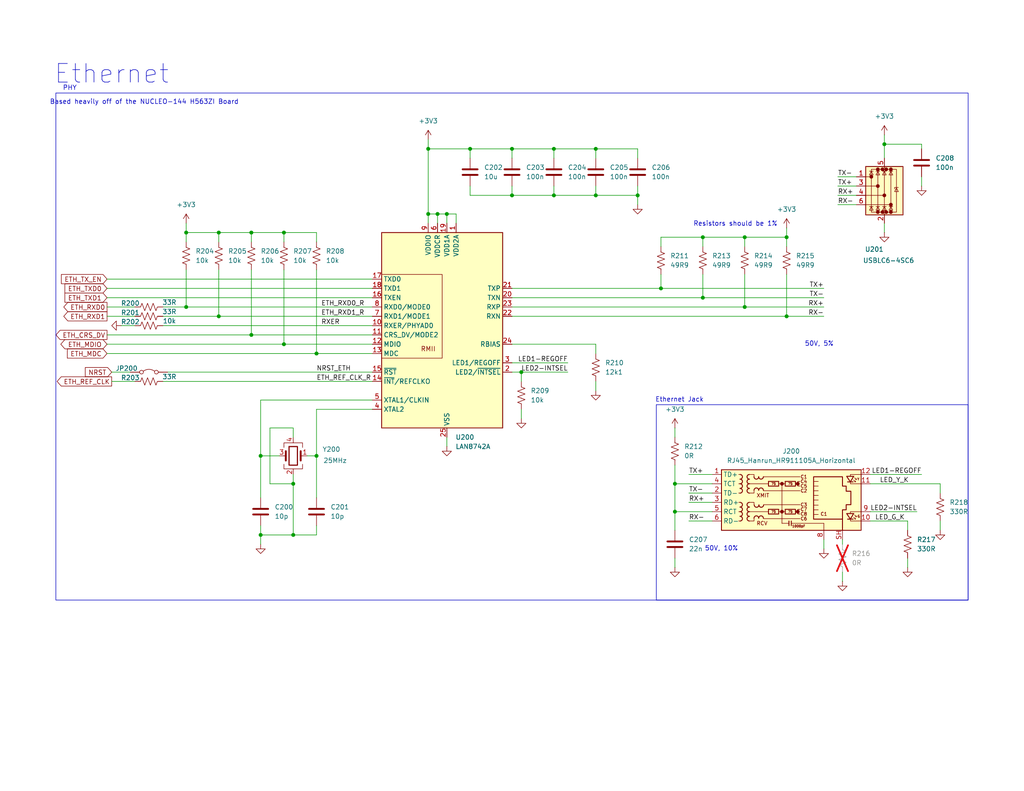
<source format=kicad_sch>
(kicad_sch (version 20250114) (generator "eeschema") (generator_version "9.0")
  (paper "USLetter")
  (title_block (title "Thermocouple Board") (date "2025-10-09") (rev "1A") (company "Aggie Propulsion and Rocketry Lab") (comment 1 "Drawn by: Nolan Poe") (comment 2 "Checked by: Daniel Fan"))
  (lib_symbols
    (symbol "Connector:RJ45_Hanrun_HR911105A_Horizontal"
      (property "Reference" "J" (at 18.415 10.16 0))
      (property "Value" "RJ45_Hanrun_HR911105A_Horizontal" (at -19.05 10.16 0))
      (symbol "RJ45_Hanrun_HR911105A_Horizontal_0_0"
        (circle (center -1.27 5.08) (radius 0.0001) (stroke (width 0.508)))
        (polyline (pts (xy -1.27 5.08) (xy -1.27 -5.715)))
        (circle (center -1.27 -2.54) (radius 0.0001) (stroke (width 0.508)))
        (polyline (pts (xy 0.635 -5.08) (xy 0.635 -6.35)) (stroke (width 0.254)))
        (polyline (pts (xy 1.27 -5.08) (xy 1.27 -6.35)) (stroke (width 0.254)))
        (polyline (pts (xy 3.048 5.08) (xy 2.54 5.08)))
        (circle (center 3.048 5.08) (radius 0.0001) (stroke (width 0.508)))
        (polyline (pts (xy 3.048 -2.54) (xy 2.54 -2.54)))
        (circle (center 3.048 -2.54) (radius 0.0001) (stroke (width 0.508)))
        (polyline (pts (xy 3.683 5.715) (xy 3.048 5.715) (xy 3.048 4.445) (xy 3.683 4.445)))
        (polyline (pts (xy 3.683 -1.905) (xy 3.048 -1.905) (xy 3.048 -3.175) (xy 3.683 -3.175)))
        (polyline (pts (xy 17.399 7.112) (xy 17.399 7.62) (xy 20.32 7.62)))
        (polyline (pts (xy 17.399 -3.048) (xy 17.399 -2.54) (xy 20.32 -2.54)))
        (polyline (pts (xy 20.32 5.08) (xy 17.399 5.08) (xy 17.399 5.588)))
        (polyline (pts (xy 20.32 -5.08) (xy 17.399 -5.08) (xy 17.399 -4.572)))
        (text "XMIT" (at -8.255 1.905 0) (effects (font (size 1.016 1.016)) (justify left)))
        (text "RCV" (at -8.255 -5.715 0) (effects (font (size 1.016 1.016)) (justify left)))
        (text "C1" (at 4.699 6.985 0) (effects (font (size 0.889 0.889))))
        (text "C4" (at 4.699 5.715 0) (effects (font (size 0.889 0.889))))
        (text "C5" (at 4.699 4.445 0) (effects (font (size 0.889 0.889))))
        (text "C2" (at 4.699 3.175 0) (effects (font (size 0.889 0.889))))
        (text "C3" (at 4.699 -0.635 0) (effects (font (size 0.889 0.889))))
        (text "C7" (at 4.699 -1.905 0) (effects (font (size 0.889 0.889))))
        (text "C8" (at 4.699 -3.175 0) (effects (font (size 0.889 0.889))))
        (text "C6" (at 4.699 -4.445 0) (effects (font (size 0.889 0.889))))
        (text "C1" (at 10.16 -3.175 0) (effects (font (size 0.889 0.889))))
      )
      (symbol "RJ45_Hanrun_HR911105A_Horizontal_0_1"
        (rectangle (start -17.78 8.89) (end 20.32 -7.62) (stroke (width 0.254)) (fill (type background)))
        (polyline (pts (xy -12.7 7.62) (xy -13.081 7.62)))
        (polyline (pts (xy -12.7 5.08) (xy -13.081 5.08)))
        (polyline (pts (xy -12.7 2.54) (xy -13.081 2.54)))
        (polyline (pts (xy -12.7 0) (xy -13.081 0)))
        (polyline (pts (xy -12.7 -2.54) (xy -13.081 -2.54)))
        (polyline (pts (xy -12.7 -5.08) (xy -13.081 -5.08)))
        (polyline (pts (xy -10.16 7.62) (xy -8.89 7.62) (xy -8.89 6.985)))
        (polyline (pts (xy -10.16 0) (xy -8.89 0) (xy -8.89 -0.635)))
        (polyline (pts (xy -8.89 3.175) (xy -8.89 2.54) (xy -10.16 2.54)))
        (polyline (pts (xy -8.89 -4.445) (xy -8.89 -5.08) (xy -10.16 -5.08)))
        (polyline (pts (xy -6.35 6.985) (xy 3.683 6.985)))
        (polyline (pts (xy -6.35 3.175) (xy 3.683 3.175)))
        (polyline (pts (xy -6.35 -4.445) (xy 3.683 -4.445)))
        (polyline (pts (xy -6.223 -0.635) (xy 3.683 -0.635)))
        (polyline (pts (xy -5.08 -2.54) (xy -10.16 -2.54)))
        (polyline (pts (xy -4.953 5.08) (xy -10.16 5.08)))
        (polyline (pts (xy -2.159 5.08) (xy -0.381 5.08)))
        (polyline (pts (xy -2.159 -2.54) (xy -0.381 -2.54)))
        (polyline (pts (xy 0.635 -5.715) (xy -1.27 -5.715)))
        (polyline (pts (xy 7.366 3.175) (xy 8.636 3.175)))
        (polyline (pts (xy 7.366 1.905) (xy 8.636 1.905)))
        (polyline (pts (xy 7.366 0.635) (xy 8.636 0.635)))
        (polyline (pts (xy 7.366 -0.762) (xy 8.636 -0.762)))
        (polyline (pts (xy 7.366 -2.032) (xy 8.636 -2.032)))
        (polyline (pts (xy 8.636 5.715) (xy 7.366 5.715)))
        (polyline (pts (xy 8.636 4.445) (xy 7.366 4.445)))
        (polyline (pts (xy 8.636 -3.302) (xy 7.366 -3.302)))
        (polyline (pts (xy 10.16 -5.715) (xy 1.27 -5.715)))
        (polyline (pts (xy 10.16 -5.715) (xy 10.16 -7.62)))
      )
      (symbol "RJ45_Hanrun_HR911105A_Horizontal_1_0"
        (text "1000pF" (at 3.302 -6.477 0) (effects (font (size 0.635 0.635))))
      )
      (symbol "RJ45_Hanrun_HR911105A_Horizontal_1_1"
        (arc (start -12.7 0) (mid -12.0677 -0.635) (end -12.7 -1.27) (stroke (width 0.254)))
        (arc (start -12.6973 7.62) (mid -12.065 6.985) (end -12.6973 6.35) (stroke (width 0.254)))
        (arc (start -12.6973 -1.27) (mid -12.065 -1.905) (end -12.6973 -2.54) (stroke (width 0.254)))
        (arc (start -12.6973 -2.54) (mid -12.065 -3.175) (end -12.6973 -3.81) (stroke (width 0.254)))
        (arc (start -12.6973 -3.81) (mid -12.065 -4.445) (end -12.6973 -5.08) (stroke (width 0.254)))
        (arc (start -12.6946 6.35) (mid -12.0623 5.715) (end -12.6946 5.08) (stroke (width 0.254)))
        (arc (start -12.6946 5.08) (mid -12.0623 4.445) (end -12.6946 3.81) (stroke (width 0.254)))
        (arc (start -12.6946 3.81) (mid -12.0623 3.175) (end -12.6946 2.54) (stroke (width 0.254)))
        (arc (start -10.1654 6.35) (mid -10.7977 6.985) (end -10.1654 7.62) (stroke (width 0.254)))
        (arc (start -10.1654 5.08) (mid -10.7977 5.715) (end -10.1654 6.35) (stroke (width 0.254)))
        (arc (start -10.1654 3.81) (mid -10.7977 4.445) (end -10.1654 5.08) (stroke (width 0.254)))
        (arc (start -10.1654 -1.27) (mid -10.7977 -0.635) (end -10.1654 0) (stroke (width 0.254)))
        (arc (start -10.1654 -2.54) (mid -10.7977 -1.905) (end -10.1654 -1.27) (stroke (width 0.254)))
        (arc (start -10.1654 -3.81) (mid -10.7977 -3.175) (end -10.1654 -2.54) (stroke (width 0.254)))
        (arc (start -10.1627 2.54) (mid -10.795 3.175) (end -10.1627 3.81) (stroke (width 0.254)))
        (arc (start -10.1627 -5.08) (mid -10.795 -4.445) (end -10.1627 -3.81) (stroke (width 0.254)))
        (arc (start -7.62 6.9823) (mid -8.255 6.35) (end -8.89 6.9823) (stroke (width 0.254)))
        (arc (start -8.89 3.3047) (mid -8.255 3.937) (end -7.62 3.3047) (stroke (width 0.254)))
        (arc (start -8.89 -4.3153) (mid -8.255 -3.683) (end -7.62 -4.3153) (stroke (width 0.254)))
        (arc (start -7.5565 -0.7012) (mid -8.1915 -1.3335) (end -8.8265 -0.7012) (stroke (width 0.254)))
        (arc (start -6.35 6.985) (mid -6.985 6.3527) (end -7.62 6.985) (stroke (width 0.254)))
        (arc (start -7.62 3.3074) (mid -6.985 3.9397) (end -6.35 3.3074) (stroke (width 0.254)))
        (arc (start -7.62 -4.3126) (mid -6.985 -3.6803) (end -6.35 -4.3126) (stroke (width 0.254)))
        (arc (start -6.2865 -0.6985) (mid -6.9215 -1.3308) (end -7.5565 -0.6985) (stroke (width 0.254)))
        (rectangle (start -4.953 5.715) (end -2.159 4.445) (stroke (width 0.254)))
        (rectangle (start -4.953 -1.905) (end -2.159 -3.175) (stroke (width 0.254)))
        (rectangle (start -0.381 5.715) (end 2.413 4.445) (stroke (width 0.254)))
        (rectangle (start -0.381 -1.905) (end 2.413 -3.175) (stroke (width 0.254)))
        (polyline (pts (xy 7.366 -4.572) (xy 7.366 6.985) (xy 15.24 6.985) (xy 15.24 4.445) (xy 16.256 4.445) (xy 16.256 3.048) (xy 17.526 3.048) (xy 17.526 -0.635) (xy 16.256 -0.635) (xy 16.256 -2.032) (xy 15.24 -2.032) (xy 15.24 -4.572) (xy 7.366 -4.572)) (stroke (width 0.254)))
        (polyline (pts (xy 15.24 -7.62) (xy 15.24 -4.572)) (stroke (width 0.254)))
        (polyline (pts (xy 18.161 5.588) (xy 16.637 5.588)) (stroke (width 0.254)))
        (polyline (pts (xy 18.161 -4.572) (xy 16.637 -4.572)) (stroke (width 0.254)))
        (polyline (pts (xy 18.288 7.112) (xy 16.383 7.112) (xy 17.399 5.588) (xy 18.288 7.112)) (stroke (width 0.254)))
        (polyline (pts (xy 18.288 6.096) (xy 18.796 5.588) (xy 18.542 5.588)))
        (polyline (pts (xy 18.288 -3.048) (xy 16.383 -3.048) (xy 17.399 -4.572) (xy 18.288 -3.048)) (stroke (width 0.254)))
        (polyline (pts (xy 18.288 -4.064) (xy 18.796 -4.572) (xy 18.542 -4.572)))
        (polyline (pts (xy 18.542 6.731) (xy 19.05 6.223) (xy 18.796 6.223)))
        (polyline (pts (xy 18.542 -3.429) (xy 19.05 -3.937) (xy 18.796 -3.937)))
        (polyline (pts (xy 18.796 5.588) (xy 18.796 5.842)))
        (polyline (pts (xy 18.796 -4.572) (xy 18.796 -4.318)))
        (polyline (pts (xy 19.05 6.223) (xy 19.05 6.477)))
        (polyline (pts (xy 19.05 -3.937) (xy 19.05 -3.683)))
        (text "75" (at -3.556 5.08 0) (effects (font (size 0.635 0.635))))
        (text "75" (at -3.556 -2.54 0) (effects (font (size 0.635 0.635))))
        (text "75" (at 1.016 5.08 0) (effects (font (size 0.635 0.635))))
        (text "75" (at 1.016 -2.54 0) (effects (font (size 0.635 0.635))))
        (text "Y" (at 19.558 6.35 0) (effects (font (size 0.635 0.635))))
        (text "G" (at 19.685 -3.81 0) (effects (font (size 0.635 0.635))))
        (pin passive line (at -20.32 7.62 0) (length 2.54) (name "TD+") (number "1"))
        (pin passive line (at -20.32 5.08 0) (length 2.54) (name "TCT") (number "4"))
        (pin passive line (at -20.32 2.54 0) (length 2.54) (name "TD-") (number "2"))
        (pin passive line (at -20.32 0 0) (length 2.54) (name "RD+") (number "3"))
        (pin passive line (at -20.32 -2.54 0) (length 2.54) (name "RCT") (number "5"))
        (pin passive line (at -20.32 -5.08 0) (length 2.54) (name "RD-") (number "6"))
        (pin power_in line (at 10.16 -10.16 90) (length 2.54) (name "") (number "8"))
        (pin passive line (at 15.24 -10.16 90) (length 2.54) (name "") (number "SH"))
        (pin no_connect line (at 20.32 0 0) (length 0) (hide yes) (name "NC") (number "7"))
        (pin passive line (at 22.86 7.62 180) (length 2.54) (name "") (number "12"))
        (pin passive line (at 22.86 5.08 180) (length 2.54) (name "") (number "11"))
        (pin passive line (at 22.86 -2.54 180) (length 2.54) (name "") (number "9"))
        (pin passive line (at 22.86 -5.08 180) (length 2.54) (name "") (number "10"))
      )
    )
    (symbol "Device:C" (pin_numbers (hide yes)) (pin_names (offset 0.254))
      (property "Reference" "C" (at 0.635 2.54 0))
      (property "Value" "C" (at 0.635 -2.54 0))
      (symbol "C_0_1"
        (polyline (pts (xy -2.032 0.762) (xy 2.032 0.762)) (stroke (width 0.508)))
        (polyline (pts (xy -2.032 -0.762) (xy 2.032 -0.762)) (stroke (width 0.508)))
      )
      (symbol "C_1_1"
        (pin passive line (at 0 3.81 270) (length 2.794) (name "~") (number "1"))
        (pin passive line (at 0 -3.81 90) (length 2.794) (name "~") (number "2"))
      )
    )
    (symbol "Device:Crystal_GND24" (pin_names (offset 1.016) (hide yes))
      (property "Reference" "Y" (at 3.175 5.08 0))
      (property "Value" "Crystal_GND24" (at 3.175 3.175 0))
      (symbol "Crystal_GND24_0_1"
        (polyline (pts (xy -2.54 2.286) (xy -2.54 3.556) (xy 2.54 3.556) (xy 2.54 2.286)))
        (polyline (pts (xy -2.54 0) (xy -2.032 0)))
        (polyline (pts (xy -2.54 -2.286) (xy -2.54 -3.556) (xy 2.54 -3.556) (xy 2.54 -2.286)))
        (polyline (pts (xy -2.032 -1.27) (xy -2.032 1.27)) (stroke (width 0.508)))
        (rectangle (start -1.143 2.54) (end 1.143 -2.54) (stroke (width 0.3048)))
        (polyline (pts (xy 0 3.556) (xy 0 3.81)))
        (polyline (pts (xy 0 -3.81) (xy 0 -3.556)))
        (polyline (pts (xy 2.032 0) (xy 2.54 0)))
        (polyline (pts (xy 2.032 -1.27) (xy 2.032 1.27)) (stroke (width 0.508)))
      )
      (symbol "Crystal_GND24_1_1"
        (pin passive line (at -3.81 0 0) (length 1.27) (name "1") (number "1"))
        (pin passive line (at 0 5.08 270) (length 1.27) (name "2") (number "2"))
        (pin passive line (at 0 -5.08 90) (length 1.27) (name "4") (number "4"))
        (pin passive line (at 3.81 0 180) (length 1.27) (name "3") (number "3"))
      )
    )
    (symbol "Device:R_US" (pin_numbers (hide yes)) (pin_names (offset 0))
      (property "Reference" "R" (at 2.54 0 90))
      (property "Value" "R_US" (at -2.54 0 90))
      (symbol "R_US_0_1"
        (polyline (pts (xy 0 2.286) (xy 0 2.54)))
        (polyline (pts (xy 0 2.286) (xy 1.016 1.905) (xy 0 1.524) (xy -1.016 1.143) (xy 0 0.762)))
        (polyline (pts (xy 0 0.762) (xy 1.016 0.381) (xy 0 0) (xy -1.016 -0.381) (xy 0 -0.762)))
        (polyline (pts (xy 0 -0.762) (xy 1.016 -1.143) (xy 0 -1.524) (xy -1.016 -1.905) (xy 0 -2.286)))
        (polyline (pts (xy 0 -2.286) (xy 0 -2.54)))
      )
      (symbol "R_US_1_1"
        (pin passive line (at 0 3.81 270) (length 1.27) (name "~") (number "1"))
        (pin passive line (at 0 -3.81 90) (length 1.27) (name "~") (number "2"))
      )
    )
    (symbol "Interface_Ethernet:LAN8742A"
      (property "Reference" "U" (at -13.97 29.21 0))
      (property "Value" "LAN8742A" (at 15.24 29.21 0))
      (symbol "LAN8742A_0_0"
        (text "RMII" (at -5.08 -3.81 0) (effects (font (size 1.27 1.27))))
      )
      (symbol "LAN8742A_0_1"
        (rectangle (start -17.78 27.94) (end 15.24 -25.4) (stroke (width 0.254)) (fill (type background)))
        (polyline (pts (xy -17.78 -6.35) (xy -1.27 -6.35) (xy -1.27 16.51) (xy -17.78 16.51)))
      )
      (symbol "LAN8742A_1_1"
        (pin input line (at -20.32 15.24 0) (length 2.54) (name "TXD0") (number "17"))
        (pin input line (at -20.32 12.7 0) (length 2.54) (name "TXD1") (number "18"))
        (pin input line (at -20.32 10.16 0) (length 2.54) (name "TXEN") (number "16"))
        (pin bidirectional line (at -20.32 7.62 0) (length 2.54) (name "RXD0/MODE0") (number "8"))
        (pin bidirectional line (at -20.32 5.08 0) (length 2.54) (name "RXD1/MODE1") (number "7"))
        (pin output line (at -20.32 2.54 0) (length 2.54) (name "RXER/PHYAD0") (number "10"))
        (pin bidirectional line (at -20.32 0 0) (length 2.54) (name "CRS_DV/MODE2") (number "11"))
        (pin bidirectional line (at -20.32 -2.54 0) (length 2.54) (name "MDIO") (number "12"))
        (pin input line (at -20.32 -5.08 0) (length 2.54) (name "MDC") (number "13"))
        (pin input line (at -20.32 -10.16 0) (length 2.54) (name "~{RST}") (number "15"))
        (pin output line (at -20.32 -12.7 0) (length 2.54) (name "~{INT}/REFCLKO") (number "14"))
        (pin input line (at -20.32 -17.78 0) (length 2.54) (name "XTAL1/CLKIN") (number "5"))
        (pin output line (at -20.32 -20.32 0) (length 2.54) (name "XTAL2") (number "4"))
        (pin power_in line (at -5.08 30.48 270) (length 2.54) (name "VDDIO") (number "9"))
        (pin power_in line (at -2.54 30.48 270) (length 2.54) (name "VDDCR") (number "6"))
        (pin power_in line (at 0 30.48 270) (length 2.54) (name "VDD1A") (number "19"))
        (pin power_in line (at 0 -27.94 90) (length 2.54) (name "VSS") (number "25"))
        (pin power_in line (at 2.54 30.48 270) (length 2.54) (name "VDD2A") (number "1"))
        (pin passive line (at 17.78 12.7 180) (length 2.54) (name "TXP") (number "21"))
        (pin passive line (at 17.78 10.16 180) (length 2.54) (name "TXN") (number "20"))
        (pin passive line (at 17.78 7.62 180) (length 2.54) (name "RXP") (number "23"))
        (pin passive line (at 17.78 5.08 180) (length 2.54) (name "RXN") (number "22"))
        (pin passive line (at 17.78 -2.54 180) (length 2.54) (name "RBIAS") (number "24"))
        (pin bidirectional line (at 17.78 -7.62 180) (length 2.54) (name "LED1/REGOFF") (number "3"))
        (pin bidirectional line (at 17.78 -10.16 180) (length 2.54) (name "LED2/~{INTSEL}") (number "2"))
      )
    )
    (symbol "Jumper:Jumper_2_Bridged" (pin_numbers (hide yes)) (pin_names (offset 0) (hide yes))
      (property "Reference" "JP" (at 0 1.905 0))
      (property "Value" "Jumper_2_Bridged" (at 0 -2.54 0))
      (symbol "Jumper_2_Bridged_0_0"
        (circle (center -2.032 0) (radius 0.508))
        (circle (center 2.032 0) (radius 0.508))
      )
      (symbol "Jumper_2_Bridged_0_1"
        (arc (start -1.524 0.254) (mid 0 0.762) (end 1.524 0.254))
      )
      (symbol "Jumper_2_Bridged_1_1"
        (pin passive line (at -5.08 0 0) (length 2.54) (name "A") (number "1"))
        (pin passive line (at 5.08 0 180) (length 2.54) (name "B") (number "2"))
      )
    )
    (symbol "Power_Protection:USBLC6-4SC6" (pin_names (hide yes))
      (property "Reference" "U" (at 1.27 9.525 0))
      (property "Value" "USBLC6-4SC6" (at 1.27 6.985 0))
      (symbol "USBLC6-4SC6_0_0"
        (circle (center -3.556 2.54) (radius 0.0001) (stroke (width 0.508)))
        (circle (center -1.778 4.572) (radius 0.0001) (stroke (width 0.508)))
        (circle (center -1.778 0) (radius 0.0001) (stroke (width 0.508)))
        (circle (center -1.778 -7.112) (radius 0.0001) (stroke (width 0.508)))
        (circle (center -0.508 4.572) (radius 0.0001) (stroke (width 0.508)))
        (circle (center -0.508 -7.112) (radius 0.0001) (stroke (width 0.508)))
        (circle (center 0 -2.54) (radius 0.0001) (stroke (width 0.508)))
        (circle (center 0.508 4.572) (radius 0.0001) (stroke (width 0.508)))
        (circle (center 0.508 -7.112) (radius 0.0001) (stroke (width 0.508)))
        (circle (center 1.778 4.572) (radius 0.0001) (stroke (width 0.508)))
        (circle (center 1.778 -5.08) (radius 0.0001) (stroke (width 0.508)))
        (circle (center 1.778 -7.112) (radius 0.0001) (stroke (width 0.508)))
      )
      (symbol "USBLC6-4SC6_0_1"
        (polyline (pts (xy -5.08 2.54) (xy -3.556 2.54)))
        (polyline (pts (xy -5.08 0) (xy -1.778 0)))
        (polyline (pts (xy -5.08 -2.54) (xy 0 -2.54)))
        (polyline (pts (xy -5.08 -5.08) (xy 1.778 -5.08)))
        (polyline (pts (xy -4.064 3.048) (xy -3.048 3.048) (xy -3.556 4.064) (xy -4.064 3.048)))
        (polyline (pts (xy -4.064 -5.588) (xy -3.048 -5.588)))
        (polyline (pts (xy -3.048 4.064) (xy -4.064 4.064)))
        (polyline (pts (xy -3.048 -6.604) (xy -4.064 -6.604) (xy -3.556 -5.588) (xy -3.048 -6.604)))
        (polyline (pts (xy -2.286 4.064) (xy -1.27 4.064)))
        (polyline (pts (xy -2.286 -5.588) (xy -1.27 -5.588)))
        (polyline (pts (xy -1.27 3.048) (xy -2.286 3.048) (xy -1.778 4.064) (xy -1.27 3.048)))
        (polyline (pts (xy -1.27 -6.604) (xy -2.286 -6.604) (xy -1.778 -5.588) (xy -1.27 -6.604)))
        (polyline (pts (xy -0.508 3.048) (xy 0.508 3.048) (xy 0 4.064) (xy -0.508 3.048)))
        (polyline (pts (xy -0.508 -5.588) (xy 0.508 -5.588)))
        (polyline (pts (xy -0.508 -6.604) (xy 0.508 -6.604) (xy 0 -5.588) (xy -0.508 -6.604)))
        (polyline (pts (xy 0 5.08) (xy 0.508 4.572)))
        (polyline (pts (xy 0.508 4.064) (xy -0.508 4.064)))
        (polyline (pts (xy 0.508 -7.112) (xy -0.508 -7.112)))
        (polyline (pts (xy 1.27 4.064) (xy 2.286 4.064)))
        (polyline (pts (xy 1.27 -6.604) (xy 2.286 -6.604) (xy 1.778 -5.588) (xy 1.27 -6.604)))
        (polyline (pts (xy 1.778 4.572) (xy 3.302 4.572) (xy 3.302 -7.112) (xy 1.778 -7.112)))
        (polyline (pts (xy 2.286 3.048) (xy 1.27 3.048) (xy 1.778 4.064) (xy 2.286 3.048)))
        (polyline (pts (xy 2.286 -5.588) (xy 1.27 -5.588)))
        (polyline (pts (xy 2.794 -0.762) (xy 2.794 -0.381) (xy 3.81 -0.381)))
        (polyline (pts (xy 3.81 -1.524) (xy 2.794 -1.524) (xy 3.302 -0.508) (xy 3.81 -1.524)))
      )
      (symbol "USBLC6-4SC6_1_1"
        (rectangle (start -5.08 5.334) (end 5.08 -7.874) (stroke (width 0.254)) (fill (type background)))
        (polyline (pts (xy -1.778 4.572) (xy -3.556 4.572) (xy -3.556 -7.112) (xy -1.778 -7.112)))
        (polyline (pts (xy -0.508 4.572) (xy 1.778 4.572) (xy 1.778 -7.112) (xy 0.508 -7.112)))
        (polyline (pts (xy 0 -7.62) (xy -0.508 -7.112) (xy -1.778 -7.112) (xy -1.778 4.572) (xy -0.508 4.572)))
        (polyline (pts (xy 0.508 -7.112) (xy 0 -6.604) (xy 0 4.064) (xy -0.508 4.572)))
        (pin passive line (at -7.62 2.54 0) (length 2.54) (name "I/O1") (number "1"))
        (pin passive line (at -7.62 0 0) (length 2.54) (name "I/O2") (number "3"))
        (pin passive line (at -7.62 -2.54 0) (length 2.54) (name "I/O3") (number "4"))
        (pin passive line (at -7.62 -5.08 0) (length 2.54) (name "I/O4") (number "6"))
        (pin passive line (at 0 7.62 270) (length 2.54) (name "VBUS") (number "5"))
        (pin passive line (at 0 -10.16 90) (length 2.54) (name "GND") (number "2"))
      )
    )
    (symbol "power:+3V3" (power) (pin_numbers (hide yes)) (pin_names (offset 0) (hide yes))
      (property "Value" "+3V3" (at 0 3.556 0))
      (symbol "+3V3_0_1"
        (polyline (pts (xy -0.762 1.27) (xy 0 2.54)))
        (polyline (pts (xy 0 2.54) (xy 0.762 1.27)))
        (polyline (pts (xy 0 0) (xy 0 2.54)))
      )
      (symbol "+3V3_1_1"
        (pin power_in line (at 0 0 90) (length 0) (name "~") (number "1"))
      )
    )
    (symbol "power:GND" (power) (pin_numbers (hide yes)) (pin_names (offset 0) (hide yes))
      (property "Value" "GND" (at 0 -3.81 0))
      (symbol "GND_0_1"
        (polyline (pts (xy 0 0) (xy 0 -1.27) (xy 1.27 -1.27) (xy 0 -2.54) (xy -1.27 -1.27) (xy 0 -1.27)))
      )
      (symbol "GND_1_1"
        (pin power_in line (at 0 0 270) (length 0) (name "~") (number "1"))
      )
    )
  )
  (rectangle (start 15.24 25.4) (end 264.16 163.83))
  (rectangle (start 179.07 110.49) (end 264.16 163.83))
  (text "Based heavily off of the NUCLEO-144 H563ZI Board" (at 39.37 27.94 0) (effects (font (size 1.27 1.27))))
  (text "Ethernet" (at 30.48 20.32 0) (effects (font (size 5.08 5.08))))
  (text "Resistors should be 1%" (at 200.66 61.214 0) (effects (font (size 1.27 1.27))))
  (text "Ethernet Jack" (at 185.42 109.22 0) (effects (font (size 1.27 1.27))))
  (text "PHY" (at 19.05 24.13 0) (effects (font (size 1.27 1.27))))
  (text "50V, 10%" (at 196.85 149.86 0) (effects (font (size 1.27 1.27))))
  (text "50V, 5%" (at 223.52 93.98 0) (effects (font (size 1.27 1.27))))
  (junction (at 77.47 93.98))
  (junction (at 80.01 132.08))
  (junction (at 203.2 64.77))
  (junction (at 142.24 101.6))
  (junction (at 50.8 63.5))
  (junction (at 203.2 83.82))
  (junction (at 80.01 146.05))
  (junction (at 151.13 40.64))
  (junction (at 191.77 81.28))
  (junction (at 173.99 53.34))
  (junction (at 162.56 53.34))
  (junction (at 116.84 58.42))
  (junction (at 68.58 91.44))
  (junction (at 180.34 78.74))
  (junction (at 214.63 86.36))
  (junction (at 86.36 96.52))
  (junction (at 128.27 40.64))
  (junction (at 191.77 64.77))
  (junction (at 119.38 58.42))
  (junction (at 139.7 40.64))
  (junction (at 59.69 86.36))
  (junction (at 71.12 124.46))
  (junction (at 86.36 124.46))
  (junction (at 71.12 146.05))
  (junction (at 121.92 58.42))
  (junction (at 77.47 63.5))
  (junction (at 50.8 83.82))
  (junction (at 162.56 40.64))
  (junction (at 184.15 139.7))
  (junction (at 241.3 39.37))
  (junction (at 59.69 63.5))
  (junction (at 116.84 40.64))
  (junction (at 68.58 63.5))
  (junction (at 139.7 53.34))
  (junction (at 214.63 64.77))
  (junction (at 151.13 53.34))
  (junction (at 184.15 132.08))
  (wire (pts (xy 187.96 129.54) (xy 194.31 129.54)))
  (wire (pts (xy 241.3 39.37) (xy 251.46 39.37)))
  (wire (pts (xy 86.36 63.5) (xy 86.36 66.04)))
  (wire (pts (xy 116.84 58.42) (xy 116.84 60.96)))
  (wire (pts (xy 214.63 64.77) (xy 214.63 67.31)))
  (wire (pts (xy 50.8 63.5) (xy 59.69 63.5)))
  (wire (pts (xy 142.24 101.6) (xy 142.24 104.14)))
  (wire (pts (xy 29.21 93.98) (xy 77.47 93.98)))
  (wire (pts (xy 151.13 53.34) (xy 162.56 53.34)))
  (wire (pts (xy 68.58 73.66) (xy 68.58 91.44)))
  (wire (pts (xy 256.54 142.24) (xy 256.54 144.78)))
  (wire (pts (xy 139.7 83.82) (xy 203.2 83.82)))
  (wire (pts (xy 180.34 74.93) (xy 180.34 78.74)))
  (wire (pts (xy 237.49 139.7) (xy 250.19 139.7)))
  (wire (pts (xy 162.56 104.14) (xy 162.56 106.68)))
  (wire (pts (xy 247.65 142.24) (xy 247.65 144.78)))
  (wire (pts (xy 228.6 50.8) (xy 233.68 50.8)))
  (wire (pts (xy 251.46 40.64) (xy 251.46 39.37)))
  (wire (pts (xy 191.77 81.28) (xy 224.79 81.28)))
  (wire (pts (xy 173.99 53.34) (xy 173.99 50.8)))
  (wire (pts (xy 86.36 146.05) (xy 86.36 143.51)))
  (wire (pts (xy 228.6 53.34) (xy 233.68 53.34)))
  (wire (pts (xy 71.12 109.22) (xy 101.6 109.22)))
  (wire (pts (xy 73.66 132.08) (xy 80.01 132.08)))
  (wire (pts (xy 29.21 78.74) (xy 101.6 78.74)))
  (wire (pts (xy 184.15 127) (xy 184.15 132.08)))
  (wire (pts (xy 29.21 83.82) (xy 36.83 83.82)))
  (wire (pts (xy 59.69 73.66) (xy 59.69 86.36)))
  (wire (pts (xy 44.45 104.14) (xy 101.6 104.14)))
  (wire (pts (xy 86.36 124.46) (xy 86.36 135.89)))
  (wire (pts (xy 162.56 50.8) (xy 162.56 53.34)))
  (wire (pts (xy 68.58 63.5) (xy 68.58 66.04)))
  (wire (pts (xy 229.87 156.21) (xy 229.87 158.75)))
  (wire (pts (xy 241.3 36.83) (xy 241.3 39.37)))
  (wire (pts (xy 29.21 96.52) (xy 86.36 96.52)))
  (wire (pts (xy 128.27 53.34) (xy 139.7 53.34)))
  (wire (pts (xy 247.65 142.24) (xy 237.49 142.24)))
  (wire (pts (xy 139.7 81.28) (xy 191.77 81.28)))
  (wire (pts (xy 116.84 38.1) (xy 116.84 40.64)))
  (wire (pts (xy 151.13 40.64) (xy 162.56 40.64)))
  (wire (pts (xy 44.45 83.82) (xy 50.8 83.82)))
  (wire (pts (xy 139.7 43.18) (xy 139.7 40.64)))
  (wire (pts (xy 119.38 58.42) (xy 121.92 58.42)))
  (wire (pts (xy 77.47 63.5) (xy 77.47 66.04)))
  (wire (pts (xy 203.2 64.77) (xy 203.2 67.31)))
  (wire (pts (xy 33.02 88.9) (xy 36.83 88.9)))
  (wire (pts (xy 241.3 39.37) (xy 241.3 43.18)))
  (wire (pts (xy 203.2 64.77) (xy 214.63 64.77)))
  (wire (pts (xy 180.34 64.77) (xy 191.77 64.77)))
  (wire (pts (xy 187.96 134.62) (xy 194.31 134.62)))
  (wire (pts (xy 77.47 63.5) (xy 86.36 63.5)))
  (wire (pts (xy 119.38 60.96) (xy 119.38 58.42)))
  (wire (pts (xy 214.63 74.93) (xy 214.63 86.36)))
  (wire (pts (xy 184.15 144.78) (xy 184.15 139.7)))
  (wire (pts (xy 121.92 119.38) (xy 121.92 121.92)))
  (wire (pts (xy 101.6 111.76) (xy 86.36 111.76)))
  (wire (pts (xy 173.99 53.34) (xy 162.56 53.34)))
  (wire (pts (xy 139.7 53.34) (xy 139.7 50.8)))
  (wire (pts (xy 50.8 73.66) (xy 50.8 83.82)))
  (wire (pts (xy 173.99 40.64) (xy 173.99 43.18)))
  (wire (pts (xy 29.21 76.2) (xy 101.6 76.2)))
  (wire (pts (xy 229.87 148.59) (xy 229.87 147.32)))
  (wire (pts (xy 139.7 99.06) (xy 154.94 99.06)))
  (wire (pts (xy 139.7 101.6) (xy 142.24 101.6)))
  (wire (pts (xy 128.27 50.8) (xy 128.27 53.34)))
  (wire (pts (xy 184.15 116.84) (xy 184.15 119.38)))
  (wire (pts (xy 151.13 40.64) (xy 151.13 43.18)))
  (wire (pts (xy 139.7 40.64) (xy 151.13 40.64)))
  (wire (pts (xy 224.79 147.32) (xy 224.79 149.86)))
  (wire (pts (xy 29.21 91.44) (xy 68.58 91.44)))
  (wire (pts (xy 139.7 78.74) (xy 180.34 78.74)))
  (wire (pts (xy 191.77 64.77) (xy 191.77 67.31)))
  (wire (pts (xy 71.12 109.22) (xy 71.12 124.46)))
  (wire (pts (xy 86.36 111.76) (xy 86.36 124.46)))
  (wire (pts (xy 142.24 101.6) (xy 154.94 101.6)))
  (wire (pts (xy 121.92 58.42) (xy 124.46 58.42)))
  (wire (pts (xy 162.56 40.64) (xy 162.56 43.18)))
  (wire (pts (xy 59.69 86.36) (xy 101.6 86.36)))
  (wire (pts (xy 203.2 74.93) (xy 203.2 83.82)))
  (wire (pts (xy 121.92 58.42) (xy 121.92 60.96)))
  (wire (pts (xy 128.27 40.64) (xy 116.84 40.64)))
  (wire (pts (xy 203.2 64.77) (xy 191.77 64.77)))
  (wire (pts (xy 203.2 83.82) (xy 224.79 83.82)))
  (wire (pts (xy 237.49 129.54) (xy 251.46 129.54)))
  (wire (pts (xy 214.63 86.36) (xy 224.79 86.36)))
  (wire (pts (xy 86.36 96.52) (xy 101.6 96.52)))
  (wire (pts (xy 180.34 78.74) (xy 224.79 78.74)))
  (wire (pts (xy 228.6 55.88) (xy 233.68 55.88)))
  (wire (pts (xy 29.21 81.28) (xy 101.6 81.28)))
  (wire (pts (xy 68.58 63.5) (xy 77.47 63.5)))
  (wire (pts (xy 50.8 83.82) (xy 101.6 83.82)))
  (wire (pts (xy 71.12 146.05) (xy 80.01 146.05)))
  (wire (pts (xy 214.63 62.23) (xy 214.63 64.77)))
  (wire (pts (xy 73.66 116.84) (xy 73.66 132.08)))
  (wire (pts (xy 59.69 63.5) (xy 59.69 66.04)))
  (wire (pts (xy 50.8 63.5) (xy 50.8 66.04)))
  (wire (pts (xy 184.15 139.7) (xy 194.31 139.7)))
  (wire (pts (xy 162.56 40.64) (xy 173.99 40.64)))
  (wire (pts (xy 128.27 40.64) (xy 139.7 40.64)))
  (wire (pts (xy 184.15 132.08) (xy 194.31 132.08)))
  (wire (pts (xy 256.54 132.08) (xy 237.49 132.08)))
  (wire (pts (xy 128.27 43.18) (xy 128.27 40.64)))
  (wire (pts (xy 71.12 124.46) (xy 71.12 135.89)))
  (wire (pts (xy 139.7 86.36) (xy 214.63 86.36)))
  (wire (pts (xy 142.24 111.76) (xy 142.24 114.3)))
  (wire (pts (xy 116.84 40.64) (xy 116.84 58.42)))
  (wire (pts (xy 184.15 154.94) (xy 184.15 152.4)))
  (wire (pts (xy 173.99 55.88) (xy 173.99 53.34)))
  (wire (pts (xy 86.36 73.66) (xy 86.36 96.52)))
  (wire (pts (xy 241.3 60.96) (xy 241.3 63.5)))
  (wire (pts (xy 251.46 48.26) (xy 251.46 50.8)))
  (wire (pts (xy 44.45 88.9) (xy 101.6 88.9)))
  (wire (pts (xy 80.01 132.08) (xy 80.01 146.05)))
  (wire (pts (xy 139.7 53.34) (xy 151.13 53.34)))
  (wire (pts (xy 80.01 132.08) (xy 80.01 129.54)))
  (wire (pts (xy 76.2 124.46) (xy 71.12 124.46)))
  (wire (pts (xy 80.01 119.38) (xy 80.01 116.84)))
  (wire (pts (xy 124.46 60.96) (xy 124.46 58.42)))
  (wire (pts (xy 228.6 48.26) (xy 233.68 48.26)))
  (wire (pts (xy 256.54 132.08) (xy 256.54 134.62)))
  (wire (pts (xy 30.48 101.6) (xy 35.56 101.6)))
  (wire (pts (xy 151.13 50.8) (xy 151.13 53.34)))
  (wire (pts (xy 247.65 152.4) (xy 247.65 154.94)))
  (wire (pts (xy 180.34 64.77) (xy 180.34 67.31)))
  (wire (pts (xy 80.01 146.05) (xy 86.36 146.05)))
  (wire (pts (xy 68.58 91.44) (xy 101.6 91.44)))
  (wire (pts (xy 44.45 86.36) (xy 59.69 86.36)))
  (wire (pts (xy 184.15 139.7) (xy 184.15 132.08)))
  (wire (pts (xy 116.84 58.42) (xy 119.38 58.42)))
  (wire (pts (xy 71.12 148.59) (xy 71.12 146.05)))
  (wire (pts (xy 50.8 60.96) (xy 50.8 63.5)))
  (wire (pts (xy 162.56 93.98) (xy 162.56 96.52)))
  (wire (pts (xy 71.12 143.51) (xy 71.12 146.05)))
  (wire (pts (xy 77.47 93.98) (xy 101.6 93.98)))
  (wire (pts (xy 30.48 104.14) (xy 36.83 104.14)))
  (wire (pts (xy 187.96 137.16) (xy 194.31 137.16)))
  (wire (pts (xy 29.21 86.36) (xy 36.83 86.36)))
  (wire (pts (xy 83.82 124.46) (xy 86.36 124.46)))
  (wire (pts (xy 187.96 142.24) (xy 194.31 142.24)))
  (wire (pts (xy 80.01 116.84) (xy 73.66 116.84)))
  (wire (pts (xy 191.77 74.93) (xy 191.77 81.28)))
  (wire (pts (xy 77.47 73.66) (xy 77.47 93.98)))
  (wire (pts (xy 139.7 93.98) (xy 162.56 93.98)))
  (wire (pts (xy 45.72 101.6) (xy 101.6 101.6)))
  (wire (pts (xy 59.69 63.5) (xy 68.58 63.5)))
  (label "LED_G_K" (at 238.76 142.24 0))
  (label "RX-" (at 224.79 86.36 180))
  (label "NRST_ETH" (at 86.36 101.6 0))
  (label "TX-" (at 187.96 134.62 0))
  (label "RX-" (at 187.96 142.24 0))
  (label "ETH_RXD1_R" (at 87.63 86.36 0))
  (label "RXER" (at 87.63 88.9 0))
  (label "LED1-REGOFF" (at 154.94 99.06 180))
  (label "LED2-INTSEL" (at 154.94 101.6 180))
  (label "TX+" (at 187.96 129.54 0))
  (label "RX+" (at 228.6 53.34 0))
  (label "TX+" (at 224.79 78.74 180))
  (label "RX+" (at 187.96 137.16 0))
  (label "ETH_REF_CLK_R" (at 86.36 104.14 0))
  (label "ETH_RXD0_R" (at 87.63 83.82 0))
  (label "RX-" (at 228.6 55.88 0))
  (label "LED1-REGOFF" (at 251.46 129.54 180))
  (label "LED_Y_K" (at 240.03 132.08 0))
  (label "LED2-INTSEL" (at 250.19 139.7 180))
  (label "TX-" (at 228.6 48.26 0))
  (label "RX+" (at 224.79 83.82 180))
  (label "TX-" (at 224.79 81.28 180))
  (label "TX+" (at 228.6 50.8 0))
  (global_label "ETH_RXD0" (shape output) (at 29.21 83.82 180) (property "Intersheetrefs" "${INTERSHEET_REFS}" (effects (hide yes))))
  (global_label "ETH_MDIO" (shape bidirectional) (at 29.21 93.98 180) (property "Intersheetrefs" "${INTERSHEET_REFS}" (effects (hide yes))))
  (global_label "ETH_CRS_DV" (shape output) (at 29.21 91.44 180) (property "Intersheetrefs" "${INTERSHEET_REFS}" (effects (hide yes))))
  (global_label "ETH_TXD1" (shape input) (at 29.21 81.28 180) (property "Intersheetrefs" "${INTERSHEET_REFS}" (effects (hide yes))))
  (global_label "ETH_MDC" (shape input) (at 29.21 96.52 180) (property "Intersheetrefs" "${INTERSHEET_REFS}" (effects (hide yes))))
  (global_label "ETH_REF_CLK" (shape output) (at 30.48 104.14 180) (property "Intersheetrefs" "${INTERSHEET_REFS}" (effects (hide yes))))
  (global_label "ETH_RXD1" (shape output) (at 29.21 86.36 180) (property "Intersheetrefs" "${INTERSHEET_REFS}" (effects (hide yes))))
  (global_label "NRST" (shape input) (at 30.48 101.6 180) (property "Intersheetrefs" "${INTERSHEET_REFS}" (effects (hide yes))))
  (global_label "ETH_TX_EN" (shape input) (at 29.21 76.2 180) (property "Intersheetrefs" "${INTERSHEET_REFS}" (effects (hide yes))))
  (global_label "ETH_TXD0" (shape input) (at 29.21 78.74 180) (property "Intersheetrefs" "${INTERSHEET_REFS}" (effects (hide yes))))
  (symbol (lib_id "Device:R_US") (at 40.64 86.36 90) (unit 1)
    (property "Reference" "R201" (at 35.56 85.344 90))
    (property "Value" "33R" (at 46.228 85.09 90))
    (property "Footprint" "Resistor_SMD:R_0402_1005Metric" (effects (hide yes)))
    (property "Description" "Resistor, US symbol" (effects (hide yes)))
    (property "LCSC" "C138002" (effects (hide yes)))
  )
  (symbol (lib_id "Device:C") (at 71.12 139.7 0) (unit 1)
    (property "Reference" "C200" (at 74.93 138.4299 0) (effects (justify left)))
    (property "Value" "10p" (at 74.93 140.9699 0) (effects (justify left)))
    (property "Footprint" "Capacitor_SMD:C_0402_1005Metric" (effects (hide yes)))
    (property "Description" "Unpolarized capacitor" (effects (hide yes)))
    (property "LCSC" "C32949" (effects (hide yes)))
  )
  (symbol (lib_id "power:+3V3") (at 50.8 60.96 0) (unit 1)
    (property "Reference" "#PWR0201" (effects (hide yes)))
    (property "Value" "+3V3" (at 50.8 55.88 0))
    (property "Description" "Power symbol creates a global label with name \"+3V3\"" (effects (hide yes)))
  )
  (symbol (lib_id "Device:C") (at 128.27 46.99 0) (unit 1)
    (property "Reference" "C202" (at 132.08 45.7199 0) (effects (justify left)))
    (property "Value" "10u" (at 132.08 48.2599 0) (effects (justify left)))
    (property "Footprint" "Capacitor_SMD:C_0603_1608Metric" (effects (hide yes)))
    (property "Description" "Unpolarized capacitor" (effects (hide yes)))
    (property "LCSC" "C19702" (effects (hide yes)))
  )
  (symbol (lib_id "power:+3V3") (at 241.3 36.83 0) (unit 1)
    (property "Reference" "#PWR0213" (effects (hide yes)))
    (property "Value" "+3V3" (at 241.3 31.75 0))
    (property "Description" "Power symbol creates a global label with name \"+3V3\"" (effects (hide yes)))
  )
  (symbol (lib_id "power:GND") (at 71.12 148.59 0) (unit 1)
    (property "Reference" "#PWR0202" (effects (hide yes)))
    (property "Value" "GND" (effects (hide yes)))
    (property "Description" "Power symbol creates a global label with name \"GND\" , ground" (effects (hide yes)))
  )
  (symbol (lib_id "Power_Protection:USBLC6-4SC6") (at 241.3 50.8 0) (unit 1)
    (property "Reference" "U201" (at 235.966 68.072 0) (effects (justify left)))
    (property "Value" "USBLC6-4SC6" (at 235.458 71.12 0) (effects (justify left)))
    (property "Footprint" "Package_TO_SOT_SMD:SOT-23-6" (effects (hide yes)))
    (property "Datasheet" "https://www.st.com/resource/en/datasheet/usblc6-4.pdf" (effects (hide yes)))
    (property "Description" "Very low capacitance ESD protection diode, 4 data-line, SOT-23-6" (effects (hide yes)))
    (property "LCSC" "C111212" (effects (hide yes)))
  )
  (symbol (lib_id "Device:R_US") (at 180.34 71.12 0) (unit 1)
    (property "Reference" "R211" (at 182.88 69.8499 0) (effects (justify left)))
    (property "Value" "49R9" (at 182.88 72.3899 0) (effects (justify left)))
    (property "Footprint" "Resistor_SMD:R_0402_1005Metric" (effects (hide yes)))
    (property "Description" "Resistor, US symbol" (effects (hide yes)))
    (property "LCSC" "C87044" (effects (hide yes)))
  )
  (symbol (lib_id "Connector:RJ45_Hanrun_HR911105A_Horizontal") (at 214.63 137.16 0) (unit 1)
    (property "Reference" "J200" (at 215.9 123.19 0))
    (property "Value" "RJ45_Hanrun_HR911105A_Horizontal" (at 215.9 125.73 0))
    (property "Footprint" "Library:RJ45_Hanrun_HR911105A_Horizontal" (effects (hide yes)))
    (property "Datasheet" "https://datasheet.lcsc.com/lcsc/1811141815_HANRUN-Zhongshan-HanRun-Elec-HR911105A_C12074.pdf" (effects (hide yes)))
    (property "Description" "1 Port RJ45 Magjack Connector Through Hole 10/100 Base-T, AutoMDIX" (effects (hide yes)))
    (property "LCSC" "C12074" (effects (hide yes)))
  )
  (symbol (lib_id "power:+3V3") (at 116.84 38.1 0) (unit 1)
    (property "Reference" "#PWR0203" (effects (hide yes)))
    (property "Value" "+3V3" (at 116.84 33.02 0))
    (property "Description" "Power symbol creates a global label with name \"+3V3\"" (effects (hide yes)))
  )
  (symbol (lib_id "Device:R_US") (at 40.64 104.14 90) (unit 1)
    (property "Reference" "R203" (at 35.56 103.124 90))
    (property "Value" "33R" (at 46.228 102.87 90))
    (property "Footprint" "Resistor_SMD:R_0402_1005Metric" (effects (hide yes)))
    (property "Description" "Resistor, US symbol" (effects (hide yes)))
    (property "LCSC" "C138002" (effects (hide yes)))
  )
  (symbol (lib_id "power:GND") (at 229.87 158.75 0) (unit 1)
    (property "Reference" "#PWR0212" (effects (hide yes)))
    (property "Value" "GND" (effects (hide yes)))
    (property "Description" "Power symbol creates a global label with name \"GND\" , ground" (effects (hide yes)))
  )
  (symbol (lib_id "power:GND") (at 121.92 121.92 0) (unit 1)
    (property "Reference" "#PWR0204" (effects (hide yes)))
    (property "Value" "GND" (effects (hide yes)))
    (property "Description" "Power symbol creates a global label with name \"GND\" , ground" (effects (hide yes)))
  )
  (symbol (lib_id "Device:C") (at 139.7 46.99 0) (unit 1)
    (property "Reference" "C203" (at 143.51 45.7199 0) (effects (justify left)))
    (property "Value" "100n" (at 143.51 48.2599 0) (effects (justify left)))
    (property "Footprint" "Capacitor_SMD:C_0402_1005Metric" (effects (hide yes)))
    (property "Description" "Unpolarized capacitor" (effects (hide yes)))
    (property "LCSC" "C1525" (effects (hide yes)))
  )
  (symbol (lib_id "Device:C") (at 162.56 46.99 0) (unit 1)
    (property "Reference" "C205" (at 166.37 45.7199 0) (effects (justify left)))
    (property "Value" "100n" (at 166.37 48.2599 0) (effects (justify left)))
    (property "Footprint" "Capacitor_SMD:C_0402_1005Metric" (effects (hide yes)))
    (property "Description" "Unpolarized capacitor" (effects (hide yes)))
    (property "LCSC" "C1525" (effects (hide yes)))
  )
  (symbol (lib_id "Device:R_US") (at 40.64 88.9 90) (unit 1)
    (property "Reference" "R202" (at 35.56 87.884 90))
    (property "Value" "10k" (at 46.228 87.63 90))
    (property "Footprint" "Resistor_SMD:R_0402_1005Metric" (effects (hide yes)))
    (property "Description" "Resistor, US symbol" (effects (hide yes)))
    (property "LCSC" "C60490" (effects (hide yes)))
  )
  (symbol (lib_id "Device:C") (at 173.99 46.99 0) (unit 1)
    (property "Reference" "C206" (at 177.8 45.7199 0) (effects (justify left)))
    (property "Value" "100n" (at 177.8 48.2599 0) (effects (justify left)))
    (property "Footprint" "Capacitor_SMD:C_0402_1005Metric" (effects (hide yes)))
    (property "Description" "Unpolarized capacitor" (effects (hide yes)))
    (property "LCSC" "C1525" (effects (hide yes)))
  )
  (symbol (lib_id "Device:R_US") (at 40.64 83.82 90) (unit 1)
    (property "Reference" "R200" (at 35.56 82.804 90))
    (property "Value" "33R" (at 46.228 82.55 90))
    (property "Footprint" "Resistor_SMD:R_0402_1005Metric" (effects (hide yes)))
    (property "Description" "Resistor, US symbol" (effects (hide yes)))
    (property "LCSC" "C138002" (effects (hide yes)))
  )
  (symbol (lib_id "Device:R_US") (at 214.63 71.12 0) (unit 1)
    (property "Reference" "R215" (at 217.17 69.8499 0) (effects (justify left)))
    (property "Value" "49R9" (at 217.17 72.3899 0) (effects (justify left)))
    (property "Footprint" "Resistor_SMD:R_0402_1005Metric" (effects (hide yes)))
    (property "Description" "Resistor, US symbol" (effects (hide yes)))
    (property "LCSC" "C87044" (effects (hide yes)))
  )
  (symbol (lib_id "Device:C") (at 184.15 148.59 0) (unit 1)
    (property "Reference" "C207" (at 187.96 147.3199 0) (effects (justify left)))
    (property "Value" "22n" (at 187.96 149.8599 0) (effects (justify left)))
    (property "Footprint" "Capacitor_SMD:C_0402_1005Metric" (effects (hide yes)))
    (property "Description" "Unpolarized capacitor" (effects (hide yes)))
    (property "LCSC" "C337699" (effects (hide yes)))
  )
  (symbol (lib_id "Device:R_US") (at 162.56 100.33 0) (unit 1)
    (property "Reference" "R210" (at 165.1 99.0599 0) (effects (justify left)))
    (property "Value" "12k1" (at 165.1 101.5999 0) (effects (justify left)))
    (property "Footprint" "Resistor_SMD:R_0402_1005Metric" (effects (hide yes)))
    (property "Description" "Resistor, US symbol" (effects (hide yes)))
    (property "LCSC" "C25852" (effects (hide yes)))
  )
  (symbol (lib_id "power:GND") (at 251.46 50.8 0) (unit 1)
    (property "Reference" "#PWR0216" (effects (hide yes)))
    (property "Value" "GND" (effects (hide yes)))
    (property "Description" "Power symbol creates a global label with name \"GND\" , ground" (effects (hide yes)))
  )
  (symbol (lib_id "Device:Crystal_GND24") (at 80.01 124.46 180) (unit 1)
    (property "Reference" "Y200" (at 90.424 122.682 0))
    (property "Value" "25MHz" (at 91.44 125.73 0))
    (property "Footprint" "Library:CRYSTAL-SMD_4P-L2.0-W1.6-BL" (effects (hide yes)))
    (property "Description" "Four pin crystal, GND on pins 2 and 4" (effects (hide yes)))
    (property "LCSC" "C5765970" (effects (hide yes)))
  )
  (symbol (lib_id "Device:R_US") (at 229.87 152.4 0) (unit 1) (in_bom no) (dnp yes)
    (property "Reference" "R216" (at 232.41 151.1299 0) (effects (justify left)))
    (property "Value" "0R" (at 232.41 153.6699 0) (effects (justify left)))
    (property "Footprint" "Resistor_SMD:R_0402_1005Metric" (effects (hide yes)))
    (property "Description" "Resistor, US symbol" (effects (hide yes)))
    (property "LCSC" "C106231" (effects (hide yes)))
  )
  (symbol (lib_id "Device:C") (at 86.36 139.7 0) (unit 1)
    (property "Reference" "C201" (at 90.17 138.4299 0) (effects (justify left)))
    (property "Value" "10p" (at 90.17 140.9699 0) (effects (justify left)))
    (property "Footprint" "Capacitor_SMD:C_0402_1005Metric" (effects (hide yes)))
    (property "Description" "Unpolarized capacitor" (effects (hide yes)))
    (property "LCSC" "C32949" (effects (hide yes)))
  )
  (symbol (lib_id "power:GND") (at 184.15 154.94 0) (unit 1)
    (property "Reference" "#PWR0209" (effects (hide yes)))
    (property "Value" "GND" (effects (hide yes)))
    (property "Description" "Power symbol creates a global label with name \"GND\" , ground" (effects (hide yes)))
  )
  (symbol (lib_id "power:GND") (at 162.56 106.68 0) (unit 1)
    (property "Reference" "#PWR0206" (effects (hide yes)))
    (property "Value" "GND" (effects (hide yes)))
    (property "Description" "Power symbol creates a global label with name \"GND\" , ground" (effects (hide yes)))
  )
  (symbol (lib_id "Interface_Ethernet:LAN8742A") (at 121.92 91.44 0) (unit 1)
    (property "Reference" "U200" (at 124.2695 119.38 0) (effects (justify left)))
    (property "Value" "LAN8742A" (at 124.2695 121.92 0) (effects (justify left)))
    (property "Footprint" "Library:VQFN-24-1EP_4x4mm_P0.5mm_EP2.5x2.5mm_ThermalVias" (effects (hide yes)))
    (property "Datasheet" "http://ww1.microchip.com/downloads/en/DeviceDoc/8742a.pdf" (effects (hide yes)))
    (property "Description" "LAN8720 Ethernet PHY with RMII interface, QFN-24" (effects (hide yes)))
    (property "LCSC" "C220794" (effects (hide yes)))
  )
  (symbol (lib_id "Device:R_US") (at 184.15 123.19 0) (unit 1)
    (property "Reference" "R212" (at 186.69 121.9199 0) (effects (justify left)))
    (property "Value" "0R" (at 186.69 124.4599 0) (effects (justify left)))
    (property "Footprint" "Resistor_SMD:R_0402_1005Metric" (effects (hide yes)))
    (property "Description" "Resistor, US symbol" (effects (hide yes)))
    (property "LCSC" "C106231" (effects (hide yes)))
  )
  (symbol (lib_id "power:GND") (at 142.24 114.3 0) (unit 1)
    (property "Reference" "#PWR0205" (effects (hide yes)))
    (property "Value" "GND" (effects (hide yes)))
    (property "Description" "Power symbol creates a global label with name \"GND\" , ground" (effects (hide yes)))
  )
  (symbol (lib_id "power:GND") (at 241.3 63.5 0) (unit 1)
    (property "Reference" "#PWR0214" (effects (hide yes)))
    (property "Value" "GND" (effects (hide yes)))
    (property "Description" "Power symbol creates a global label with name \"GND\" , ground" (effects (hide yes)))
  )
  (symbol (lib_id "Device:R_US") (at 191.77 71.12 0) (unit 1)
    (property "Reference" "R213" (at 194.31 69.8499 0) (effects (justify left)))
    (property "Value" "49R9" (at 194.31 72.3899 0) (effects (justify left)))
    (property "Footprint" "Resistor_SMD:R_0402_1005Metric" (effects (hide yes)))
    (property "Description" "Resistor, US symbol" (effects (hide yes)))
    (property "LCSC" "C87044" (effects (hide yes)))
  )
  (symbol (lib_id "Device:C") (at 151.13 46.99 0) (unit 1)
    (property "Reference" "C204" (at 154.94 45.7199 0) (effects (justify left)))
    (property "Value" "100n" (at 154.94 48.2599 0) (effects (justify left)))
    (property "Footprint" "Capacitor_SMD:C_0402_1005Metric" (effects (hide yes)))
    (property "Description" "Unpolarized capacitor" (effects (hide yes)))
    (property "LCSC" "C1525" (effects (hide yes)))
  )
  (symbol (lib_id "Device:R_US") (at 68.58 69.85 0) (unit 1)
    (property "Reference" "R206" (at 71.12 68.5799 0) (effects (justify left)))
    (property "Value" "10k" (at 71.12 71.1199 0) (effects (justify left)))
    (property "Footprint" "Resistor_SMD:R_0402_1005Metric" (effects (hide yes)))
    (property "Description" "Resistor, US symbol" (effects (hide yes)))
    (property "LCSC" "C60490" (effects (hide yes)))
  )
  (symbol (lib_id "Device:R_US") (at 256.54 138.43 0) (unit 1)
    (property "Reference" "R218" (at 259.08 137.1599 0) (effects (justify left)))
    (property "Value" "330R" (at 259.08 139.6999 0) (effects (justify left)))
    (property "Footprint" "Resistor_SMD:R_0402_1005Metric" (effects (hide yes)))
    (property "Description" "Resistor, US symbol" (effects (hide yes)))
    (property "LCSC" "C105875" (effects (hide yes)))
  )
  (symbol (lib_id "power:GND") (at 256.54 144.78 0) (unit 1)
    (property "Reference" "#PWR0217" (effects (hide yes)))
    (property "Value" "GND" (effects (hide yes)))
    (property "Description" "Power symbol creates a global label with name \"GND\" , ground" (effects (hide yes)))
  )
  (symbol (lib_id "Device:C") (at 251.46 44.45 0) (unit 1)
    (property "Reference" "C208" (at 255.27 43.1799 0) (effects (justify left)))
    (property "Value" "100n" (at 255.27 45.7199 0) (effects (justify left)))
    (property "Footprint" "Capacitor_SMD:C_0402_1005Metric" (effects (hide yes)))
    (property "Description" "Unpolarized capacitor" (effects (hide yes)))
    (property "LCSC" "C1525" (effects (hide yes)))
  )
  (symbol (lib_id "Device:R_US") (at 142.24 107.95 0) (unit 1)
    (property "Reference" "R209" (at 144.78 106.6799 0) (effects (justify left)))
    (property "Value" "10k" (at 144.78 109.2199 0) (effects (justify left)))
    (property "Footprint" "Resistor_SMD:R_0402_1005Metric" (effects (hide yes)))
    (property "Description" "Resistor, US symbol" (effects (hide yes)))
    (property "LCSC" "C60490" (effects (hide yes)))
  )
  (symbol (lib_id "power:GND") (at 247.65 154.94 0) (unit 1)
    (property "Reference" "#PWR0215" (effects (hide yes)))
    (property "Value" "GND" (effects (hide yes)))
    (property "Description" "Power symbol creates a global label with name \"GND\" , ground" (effects (hide yes)))
  )
  (symbol (lib_id "power:GND") (at 224.79 149.86 0) (unit 1)
    (property "Reference" "#PWR0211" (effects (hide yes)))
    (property "Value" "GND" (effects (hide yes)))
    (property "Description" "Power symbol creates a global label with name \"GND\" , ground" (effects (hide yes)))
  )
  (symbol (lib_id "power:+3V3") (at 184.15 116.84 0) (unit 1)
    (property "Reference" "#PWR0208" (effects (hide yes)))
    (property "Value" "+3V3" (at 184.15 111.76 0))
    (property "Description" "Power symbol creates a global label with name \"+3V3\"" (effects (hide yes)))
  )
  (symbol (lib_id "power:GND") (at 173.99 55.88 0) (unit 1)
    (property "Reference" "#PWR0207" (effects (hide yes)))
    (property "Value" "GND" (effects (hide yes)))
    (property "Description" "Power symbol creates a global label with name \"GND\" , ground" (effects (hide yes)))
  )
  (symbol (lib_id "Jumper:Jumper_2_Bridged") (at 40.64 101.6 0) (unit 1)
    (property "Reference" "JP200" (at 34.544 100.584 0))
    (property "Value" "Jumper_2_Bridged" (effects (hide yes)))
    (property "Footprint" "Jumper:SolderJumper-2_P1.3mm_Bridged_Pad1.0x1.5mm" (effects (hide yes)))
    (property "Description" "Jumper, 2-pole, closed/bridged" (effects (hide yes)))
  )
  (symbol (lib_id "Device:R_US") (at 77.47 69.85 0) (unit 1)
    (property "Reference" "R207" (at 80.01 68.5799 0) (effects (justify left)))
    (property "Value" "10k" (at 80.01 71.1199 0) (effects (justify left)))
    (property "Footprint" "Resistor_SMD:R_0402_1005Metric" (effects (hide yes)))
    (property "Description" "Resistor, US symbol" (effects (hide yes)))
    (property "LCSC" "C60490" (effects (hide yes)))
  )
  (symbol (lib_id "Device:R_US") (at 247.65 148.59 0) (unit 1)
    (property "Reference" "R217" (at 250.19 147.3199 0) (effects (justify left)))
    (property "Value" "330R" (at 250.19 149.8599 0) (effects (justify left)))
    (property "Footprint" "Resistor_SMD:R_0402_1005Metric" (effects (hide yes)))
    (property "Description" "Resistor, US symbol" (effects (hide yes)))
    (property "LCSC" "C105875" (effects (hide yes)))
  )
  (symbol (lib_id "power:GND") (at 33.02 88.9 270) (unit 1)
    (property "Reference" "#PWR0200" (effects (hide yes)))
    (property "Value" "GND" (effects (hide yes)))
    (property "Description" "Power symbol creates a global label with name \"GND\" , ground" (effects (hide yes)))
  )
  (symbol (lib_id "Device:R_US") (at 50.8 69.85 0) (unit 1)
    (property "Reference" "R204" (at 53.34 68.5799 0) (effects (justify left)))
    (property "Value" "10k" (at 53.34 71.1199 0) (effects (justify left)))
    (property "Footprint" "Resistor_SMD:R_0402_1005Metric" (effects (hide yes)))
    (property "Description" "Resistor, US symbol" (effects (hide yes)))
    (property "LCSC" "C60490" (effects (hide yes)))
  )
  (symbol (lib_id "power:+3V3") (at 214.63 62.23 0) (unit 1)
    (property "Reference" "#PWR0210" (effects (hide yes)))
    (property "Value" "+3V3" (at 214.63 57.15 0))
    (property "Description" "Power symbol creates a global label with name \"+3V3\"" (effects (hide yes)))
  )
  (symbol (lib_id "Device:R_US") (at 203.2 71.12 0) (unit 1)
    (property "Reference" "R214" (at 205.74 69.8499 0) (effects (justify left)))
    (property "Value" "49R9" (at 205.74 72.3899 0) (effects (justify left)))
    (property "Footprint" "Resistor_SMD:R_0402_1005Metric" (effects (hide yes)))
    (property "Description" "Resistor, US symbol" (effects (hide yes)))
    (property "LCSC" "C87044" (effects (hide yes)))
  )
  (symbol (lib_id "Device:R_US") (at 59.69 69.85 0) (unit 1)
    (property "Reference" "R205" (at 62.23 68.5799 0) (effects (justify left)))
    (property "Value" "10k" (at 62.23 71.1199 0) (effects (justify left)))
    (property "Footprint" "Resistor_SMD:R_0402_1005Metric" (effects (hide yes)))
    (property "Description" "Resistor, US symbol" (effects (hide yes)))
    (property "LCSC" "C60490" (effects (hide yes)))
  )
  (symbol (lib_id "Device:R_US") (at 86.36 69.85 0) (unit 1)
    (property "Reference" "R208" (at 88.9 68.5799 0) (effects (justify left)))
    (property "Value" "10k" (at 88.9 71.1199 0) (effects (justify left)))
    (property "Footprint" "Resistor_SMD:R_0402_1005Metric" (effects (hide yes)))
    (property "Description" "Resistor, US symbol" (effects (hide yes)))
    (property "LCSC" "C60490" (effects (hide yes)))
  )
)
</source>
